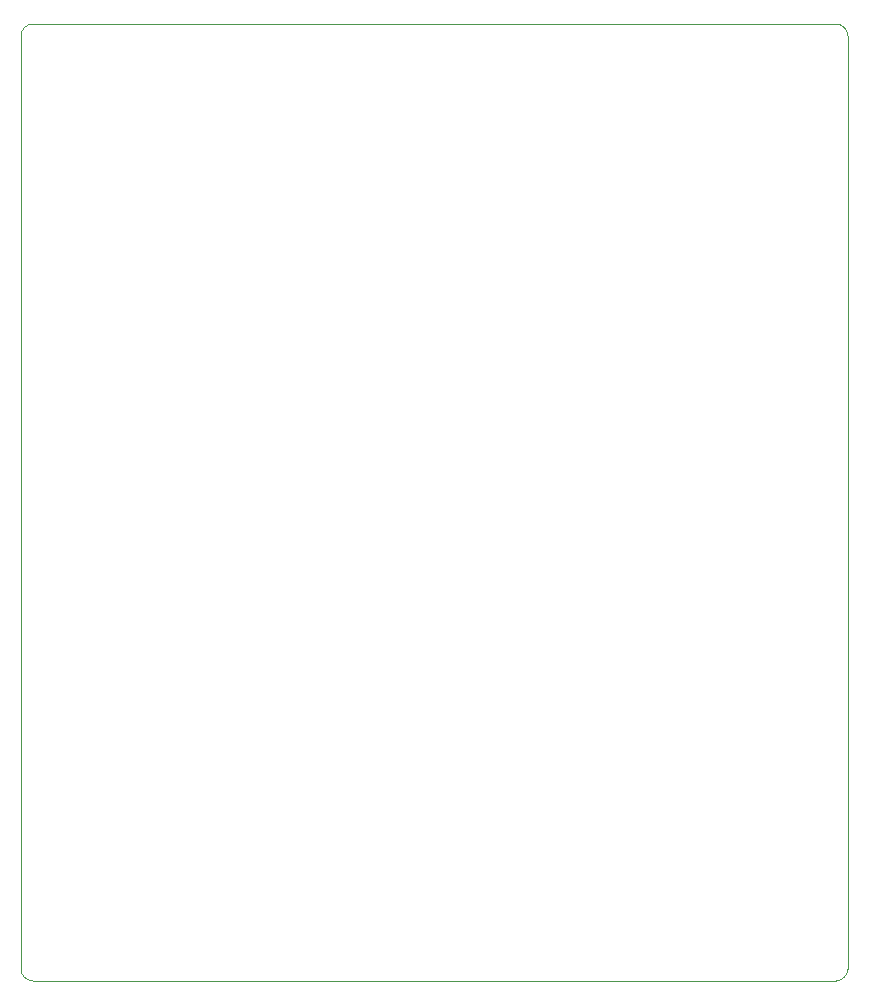
<source format=gko>
G04 #@! TF.GenerationSoftware,KiCad,Pcbnew,6.0.0-rc1-unknown-0bceb69~66~ubuntu18.10.1*
G04 #@! TF.CreationDate,2018-12-04T21:08:12-08:00
G04 #@! TF.ProjectId,Nucleo-64-407,4e75636c-656f-42d3-9634-2d3430372e6b,rev?*
G04 #@! TF.SameCoordinates,PX328b740PY6ea0500*
G04 #@! TF.FileFunction,Profile,NP*
%FSLAX46Y46*%
G04 Gerber Fmt 4.6, Leading zero omitted, Abs format (unit mm)*
G04 Created by KiCad (PCBNEW 6.0.0-rc1-unknown-0bceb69~66~ubuntu18.10.1) date Tue 04 Dec 2018 09:08:12 PM PST*
%MOMM*%
%LPD*%
G04 APERTURE LIST*
%ADD10C,0.050000*%
G04 APERTURE END LIST*
D10*
X1000000Y0D02*
G75*
G02X0Y1000000I0J1000000D01*
G01*
X70000000Y1000000D02*
G75*
G02X69000000Y0I-1000000J0D01*
G01*
X69000000Y81000000D02*
G75*
G02X70000000Y80000000I0J-1000000D01*
G01*
X0Y80000000D02*
G75*
G02X1000000Y81000000I1000000J0D01*
G01*
X0Y1000000D02*
X0Y80000000D01*
X69000000Y0D02*
X1000000Y0D01*
X70000000Y80000000D02*
X70000000Y1000000D01*
X1000000Y81000000D02*
X69000000Y81000000D01*
M02*

</source>
